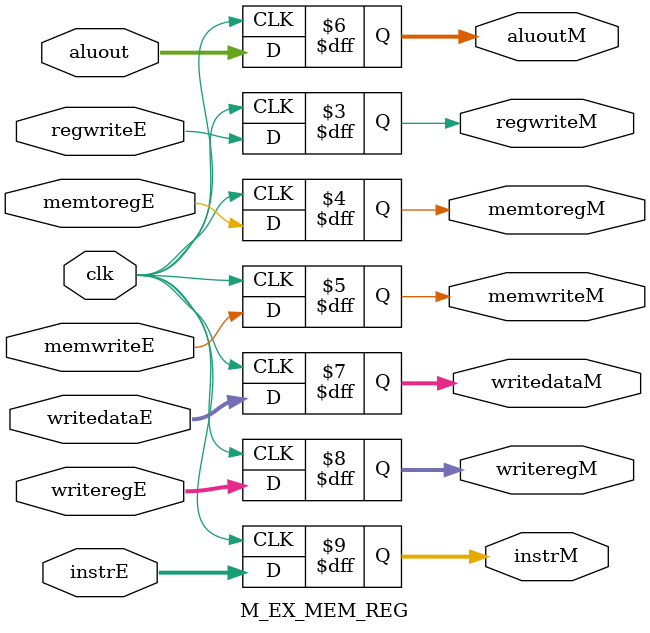
<source format=v>
module M_EX_MEM_REG(
    input clk,
    input[31:0] instrE,
    input regwriteE, memtoregE, memwriteE,
    // input zero, 
    input[31:0] aluout, writedataE,
    input[4:0] writeregE,
    // input [31:0] pcbranch,
    output reg regwriteM, memtoregM, memwriteM,
    //output reg zeroM, 
    output reg [31:0] aluoutM, writedataM,
    output reg [4:0] writeregM,
    //output reg [31:0] pcbranchM,
    output reg [31:0] instrM);

    always @(posedge clk) begin
        //$display("EX to MEM");
        regwriteM <= regwriteE;
        memtoregM <= memtoregE;
        memwriteM <= memwriteE;
        //branchM <= branchE;
        //zeroM <= zero;
        aluoutM <= aluout;
        writedataM <= writedataE;
        writeregM <= writeregE;
        //pcbranchM <= pcbranch;
        instrM <= instrE;
        if(instrM!=8'hx)
            $display("Instruction %h is in MEM stage", instrM);
    end
endmodule
</source>
